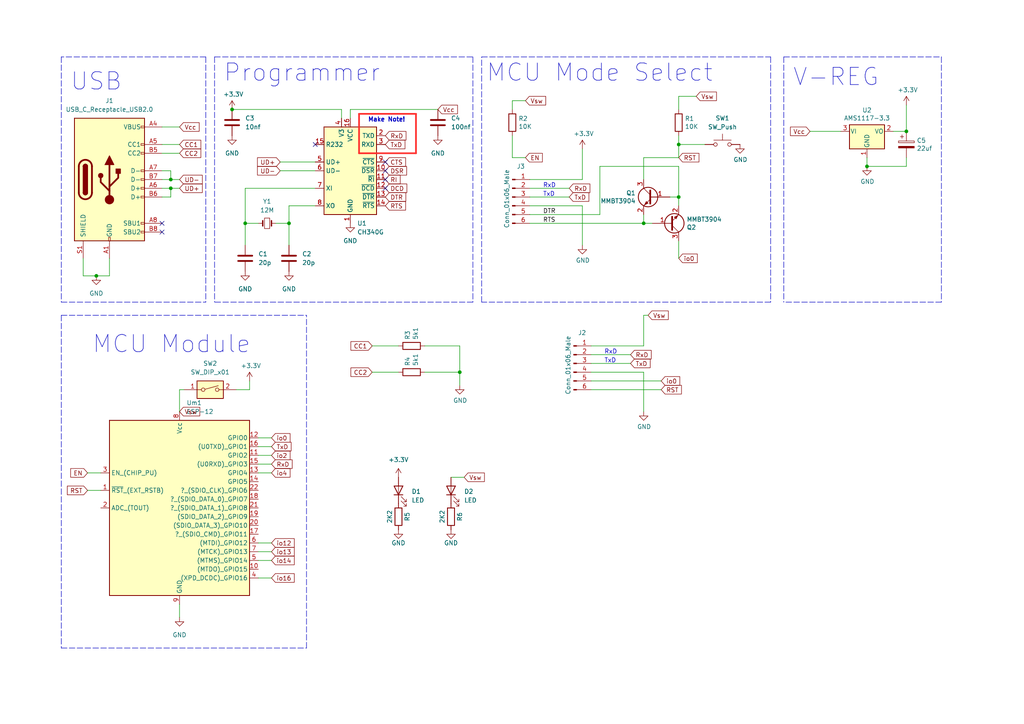
<source format=kicad_sch>
(kicad_sch (version 20211123) (generator eeschema)
  (paper "A4")
  (lib_symbols
    (symbol "Connector:Conn_01x06_Male" (pin_names (offset 1.016) hide)
      (property "Reference" "J" (at 0 7.62 0))
      (property "Value" "Conn_01x06_Male" (at 0 -10.16 0))
      (symbol "Conn_01x06_Male_1_1"
        (polyline (pts (xy 1.27 -7.62) (xy 0.8636 -7.62)) (stroke (width 0.1524)))
        (polyline (pts (xy 1.27 -5.08) (xy 0.8636 -5.08)) (stroke (width 0.1524)))
        (polyline (pts (xy 1.27 -2.54) (xy 0.8636 -2.54)) (stroke (width 0.1524)))
        (polyline (pts (xy 1.27 0) (xy 0.8636 0)) (stroke (width 0.1524)))
        (polyline (pts (xy 1.27 2.54) (xy 0.8636 2.54)) (stroke (width 0.1524)))
        (polyline (pts (xy 1.27 5.08) (xy 0.8636 5.08)) (stroke (width 0.1524)))
        (rectangle (start 0.8636 -7.493) (end 0 -7.747) (stroke (width 0.1524)) (fill (type outline)))
        (rectangle (start 0.8636 -4.953) (end 0 -5.207) (stroke (width 0.1524)) (fill (type outline)))
        (rectangle (start 0.8636 -2.413) (end 0 -2.667) (stroke (width 0.1524)) (fill (type outline)))
        (rectangle (start 0.8636 0.127) (end 0 -0.127) (stroke (width 0.1524)) (fill (type outline)))
        (rectangle (start 0.8636 2.667) (end 0 2.413) (stroke (width 0.1524)) (fill (type outline)))
        (rectangle (start 0.8636 5.207) (end 0 4.953) (stroke (width 0.1524)) (fill (type outline)))
        (pin passive line (at 5.08 5.08 180) (length 3.81) (name "Pin_1") (number "1"))
        (pin passive line (at 5.08 2.54 180) (length 3.81) (name "Pin_2") (number "2"))
        (pin passive line (at 5.08 0 180) (length 3.81) (name "Pin_3") (number "3"))
        (pin passive line (at 5.08 -2.54 180) (length 3.81) (name "Pin_4") (number "4"))
        (pin passive line (at 5.08 -5.08 180) (length 3.81) (name "Pin_5") (number "5"))
        (pin passive line (at 5.08 -7.62 180) (length 3.81) (name "Pin_6") (number "6"))
      )
    )
    (symbol "Connector:USB_C_Receptacle_USB2.0" (pin_names (offset 1.016))
      (property "Reference" "J" (at -10.16 19.05 0))
      (property "Value" "USB_C_Receptacle_USB2.0" (at 19.05 19.05 0))
      (symbol "USB_C_Receptacle_USB2.0_0_0"
        (rectangle (start -0.254 -17.78) (end 0.254 -16.764))
        (rectangle (start 10.16 -14.986) (end 9.144 -15.494))
        (rectangle (start 10.16 -12.446) (end 9.144 -12.954))
        (rectangle (start 10.16 -4.826) (end 9.144 -5.334))
        (rectangle (start 10.16 -2.286) (end 9.144 -2.794))
        (rectangle (start 10.16 0.254) (end 9.144 -0.254))
        (rectangle (start 10.16 2.794) (end 9.144 2.286))
        (rectangle (start 10.16 7.874) (end 9.144 7.366))
        (rectangle (start 10.16 10.414) (end 9.144 9.906))
        (rectangle (start 10.16 15.494) (end 9.144 14.986))
      )
      (symbol "USB_C_Receptacle_USB2.0_0_1"
        (rectangle (start -10.16 17.78) (end 10.16 -17.78) (stroke (width 0.254)) (fill (type background)))
        (arc (start -8.89 -3.81) (mid -6.985 -5.715) (end -5.08 -3.81) (stroke (width 0.508)))
        (arc (start -7.62 -3.81) (mid -6.985 -4.445) (end -6.35 -3.81) (stroke (width 0.254)))
        (arc (start -7.62 -3.81) (mid -6.985 -4.445) (end -6.35 -3.81) (stroke (width 0.254)) (fill (type outline)))
        (rectangle (start -7.62 -3.81) (end -6.35 3.81) (stroke (width 0.254)) (fill (type outline)))
        (arc (start -6.35 3.81) (mid -6.985 4.445) (end -7.62 3.81) (stroke (width 0.254)))
        (arc (start -6.35 3.81) (mid -6.985 4.445) (end -7.62 3.81) (stroke (width 0.254)) (fill (type outline)))
        (arc (start -5.08 3.81) (mid -6.985 5.715) (end -8.89 3.81) (stroke (width 0.508)))
        (circle (center -2.54 1.143) (radius 0.635) (stroke (width 0.254)) (fill (type outline)))
        (circle (center 0 -5.842) (radius 1.27) (fill (type outline)))
        (polyline (pts (xy -8.89 -3.81) (xy -8.89 3.81)) (stroke (width 0.508)))
        (polyline (pts (xy -5.08 3.81) (xy -5.08 -3.81)) (stroke (width 0.508)))
        (polyline (pts (xy 0 -5.842) (xy 0 4.318)) (stroke (width 0.508)))
        (polyline (pts (xy 0 -3.302) (xy -2.54 -0.762) (xy -2.54 0.508)) (stroke (width 0.508)))
        (polyline (pts (xy 0 -2.032) (xy 2.54 0.508) (xy 2.54 1.778)) (stroke (width 0.508)))
        (polyline (pts (xy -1.27 4.318) (xy 0 6.858) (xy 1.27 4.318) (xy -1.27 4.318)) (stroke (width 0.254)) (fill (type outline)))
        (rectangle (start 1.905 1.778) (end 3.175 3.048) (stroke (width 0.254)) (fill (type outline)))
      )
      (symbol "USB_C_Receptacle_USB2.0_1_1"
        (pin passive line (at 0 -22.86 90) (length 5.08) (name "GND") (number "A1"))
        (pin passive line (at 0 -22.86 90) (length 5.08) hide (name "GND") (number "A12"))
        (pin passive line (at 15.24 15.24 180) (length 5.08) (name "VBUS") (number "A4"))
        (pin bidirectional line (at 15.24 10.16 180) (length 5.08) (name "CC1") (number "A5"))
        (pin bidirectional line (at 15.24 -2.54 180) (length 5.08) (name "D+") (number "A6"))
        (pin bidirectional line (at 15.24 2.54 180) (length 5.08) (name "D-") (number "A7"))
        (pin bidirectional line (at 15.24 -12.7 180) (length 5.08) (name "SBU1") (number "A8"))
        (pin passive line (at 15.24 15.24 180) (length 5.08) hide (name "VBUS") (number "A9"))
        (pin passive line (at 0 -22.86 90) (length 5.08) hide (name "GND") (number "B1"))
        (pin passive line (at 0 -22.86 90) (length 5.08) hide (name "GND") (number "B12"))
        (pin passive line (at 15.24 15.24 180) (length 5.08) hide (name "VBUS") (number "B4"))
        (pin bidirectional line (at 15.24 7.62 180) (length 5.08) (name "CC2") (number "B5"))
        (pin bidirectional line (at 15.24 -5.08 180) (length 5.08) (name "D+") (number "B6"))
        (pin bidirectional line (at 15.24 0 180) (length 5.08) (name "D-") (number "B7"))
        (pin bidirectional line (at 15.24 -15.24 180) (length 5.08) (name "SBU2") (number "B8"))
        (pin passive line (at 15.24 15.24 180) (length 5.08) hide (name "VBUS") (number "B9"))
        (pin passive line (at -7.62 -22.86 90) (length 5.08) (name "SHIELD") (number "S1"))
      )
    )
    (symbol "Device:C" (pin_numbers hide) (pin_names (offset 0.254))
      (property "Reference" "C" (at 0.635 2.54 0))
      (property "Value" "C" (at 0.635 -2.54 0))
      (symbol "C_0_1"
        (polyline (pts (xy -2.032 -0.762) (xy 2.032 -0.762)) (stroke (width 0.508)))
        (polyline (pts (xy -2.032 0.762) (xy 2.032 0.762)) (stroke (width 0.508)))
      )
      (symbol "C_1_1"
        (pin passive line (at 0 3.81 270) (length 2.794) (name "~") (number "1"))
        (pin passive line (at 0 -3.81 90) (length 2.794) (name "~") (number "2"))
      )
    )
    (symbol "Device:CP" (pin_numbers hide) (pin_names (offset 0.254))
      (property "Reference" "C" (at 0.635 2.54 0))
      (property "Value" "Device_CP" (at 0.635 -2.54 0))
      (symbol "CP_0_1"
        (rectangle (start -2.286 0.508) (end 2.286 1.016))
        (polyline (pts (xy -1.778 2.286) (xy -0.762 2.286)))
        (polyline (pts (xy -1.27 2.794) (xy -1.27 1.778)))
        (rectangle (start 2.286 -0.508) (end -2.286 -1.016) (fill (type outline)))
      )
      (symbol "CP_1_1"
        (pin passive line (at 0 3.81 270) (length 2.794) (name "~") (number "1"))
        (pin passive line (at 0 -3.81 90) (length 2.794) (name "~") (number "2"))
      )
    )
    (symbol "Device:Crystal_Small" (pin_numbers hide) (pin_names (offset 1.016) hide)
      (property "Reference" "Y" (at 0 2.54 0))
      (property "Value" "Crystal_Small" (at 0 -2.54 0))
      (symbol "Crystal_Small_0_1"
        (rectangle (start -0.762 -1.524) (end 0.762 1.524))
        (polyline (pts (xy -1.27 -0.762) (xy -1.27 0.762)) (stroke (width 0.381)))
        (polyline (pts (xy 1.27 -0.762) (xy 1.27 0.762)) (stroke (width 0.381)))
      )
      (symbol "Crystal_Small_1_1"
        (pin passive line (at -2.54 0 0) (length 1.27) (name "1") (number "1"))
        (pin passive line (at 2.54 0 180) (length 1.27) (name "2") (number "2"))
      )
    )
    (symbol "Device:LED" (pin_numbers hide) (pin_names (offset 1.016) hide)
      (property "Reference" "D" (at 0 2.54 0))
      (property "Value" "LED" (at 0 -2.54 0))
      (symbol "LED_0_1"
        (polyline (pts (xy -1.27 -1.27) (xy -1.27 1.27)) (stroke (width 0.254)))
        (polyline (pts (xy -1.27 0) (xy 1.27 0)))
        (polyline (pts (xy 1.27 -1.27) (xy 1.27 1.27) (xy -1.27 0) (xy 1.27 -1.27)) (stroke (width 0.254)))
        (polyline (pts (xy -3.048 -0.762) (xy -4.572 -2.286) (xy -3.81 -2.286) (xy -4.572 -2.286) (xy -4.572 -1.524)))
        (polyline (pts (xy -1.778 -0.762) (xy -3.302 -2.286) (xy -2.54 -2.286) (xy -3.302 -2.286) (xy -3.302 -1.524)))
      )
      (symbol "LED_1_1"
        (pin passive line (at -3.81 0 0) (length 2.54) (name "K") (number "1"))
        (pin passive line (at 3.81 0 180) (length 2.54) (name "A") (number "2"))
      )
    )
    (symbol "Device:R" (pin_numbers hide) (pin_names (offset 0))
      (property "Reference" "R" (at 2.032 0 90))
      (property "Value" "R" (at 0 0 90))
      (symbol "R_0_1"
        (rectangle (start -1.016 -2.54) (end 1.016 2.54) (stroke (width 0.254)))
      )
      (symbol "R_1_1"
        (pin passive line (at 0 3.81 270) (length 1.27) (name "~") (number "1"))
        (pin passive line (at 0 -3.81 90) (length 1.27) (name "~") (number "2"))
      )
    )
    (symbol "Interface_USB:CH340G"
      (property "Reference" "U" (at -5.08 13.97 0))
      (property "Value" "CH340G" (at 1.27 13.97 0))
      (symbol "CH340G_0_1"
        (rectangle (start -7.62 12.7) (end 7.62 -12.7) (stroke (width 0.254)) (fill (type background)))
      )
      (symbol "CH340G_1_1"
        (pin power_in line (at 0 -15.24 90) (length 2.54) (name "GND") (number "1"))
        (pin input line (at 10.16 0 180) (length 2.54) (name "~{DSR}") (number "10"))
        (pin input line (at 10.16 -2.54 180) (length 2.54) (name "~{RI}") (number "11"))
        (pin input line (at 10.16 -5.08 180) (length 2.54) (name "~{DCD}") (number "12"))
        (pin output line (at 10.16 -7.62 180) (length 2.54) (name "~{DTR}") (number "13"))
        (pin output line (at 10.16 -10.16 180) (length 2.54) (name "~{RTS}") (number "14"))
        (pin input line (at -10.16 7.62 0) (length 2.54) (name "R232") (number "15"))
        (pin power_in line (at 0 15.24 270) (length 2.54) (name "VCC") (number "16"))
        (pin output line (at 10.16 10.16 180) (length 2.54) (name "TXD") (number "2"))
        (pin input line (at 10.16 7.62 180) (length 2.54) (name "RXD") (number "3"))
        (pin passive line (at -2.54 15.24 270) (length 2.54) (name "V3") (number "4"))
        (pin bidirectional line (at -10.16 2.54 0) (length 2.54) (name "UD+") (number "5"))
        (pin bidirectional line (at -10.16 0 0) (length 2.54) (name "UD-") (number "6"))
        (pin input line (at -10.16 -5.08 0) (length 2.54) (name "XI") (number "7"))
        (pin output line (at -10.16 -10.16 0) (length 2.54) (name "XO") (number "8"))
        (pin input line (at 10.16 2.54 180) (length 2.54) (name "~{CTS}") (number "9"))
      )
    )
    (symbol "Regulator_Linear:AMS1117-3.3" (pin_names (offset 0.254))
      (property "Reference" "U" (at -3.81 3.175 0))
      (property "Value" "AMS1117-3.3" (at 0 3.175 0))
      (symbol "AMS1117-3.3_0_1"
        (rectangle (start -5.08 -5.08) (end 5.08 1.905) (stroke (width 0.254)) (fill (type background)))
      )
      (symbol "AMS1117-3.3_1_1"
        (pin power_in line (at 0 -7.62 90) (length 2.54) (name "GND") (number "1"))
        (pin power_out line (at 7.62 0 180) (length 2.54) (name "VO") (number "2"))
        (pin power_in line (at -7.62 0 0) (length 2.54) (name "VI") (number "3"))
      )
    )
    (symbol "Switch:SW_DIP_x01" (pin_names (offset 0) hide)
      (property "Reference" "SW" (at 0 3.81 0))
      (property "Value" "SW_DIP_x01" (at 0 -3.81 0))
      (symbol "SW_DIP_x01_0_0"
        (circle (center -2.032 0) (radius 0.508))
        (polyline (pts (xy -1.524 0.127) (xy 2.3622 1.1684)))
        (circle (center 2.032 0) (radius 0.508))
      )
      (symbol "SW_DIP_x01_0_1"
        (rectangle (start -3.81 2.54) (end 3.81 -2.54) (stroke (width 0.254)) (fill (type background)))
      )
      (symbol "SW_DIP_x01_1_1"
        (pin passive line (at -7.62 0 0) (length 5.08) (name "~") (number "1"))
        (pin passive line (at 7.62 0 180) (length 5.08) (name "~") (number "2"))
      )
    )
    (symbol "Switch:SW_Push" (pin_numbers hide) (pin_names (offset 1.016) hide)
      (property "Reference" "SW" (at 1.27 2.54 0))
      (property "Value" "SW_Push" (at 0 -1.524 0))
      (symbol "SW_Push_0_1"
        (circle (center -2.032 0) (radius 0.508))
        (polyline (pts (xy 0 1.27) (xy 0 3.048)))
        (polyline (pts (xy 2.54 1.27) (xy -2.54 1.27)))
        (circle (center 2.032 0) (radius 0.508))
        (pin passive line (at -5.08 0 0) (length 2.54) (name "1") (number "1"))
        (pin passive line (at 5.08 0 180) (length 2.54) (name "2") (number "2"))
      )
    )
    (symbol "Tinker_ESP:ESP-12"
      (property "Reference" "Um" (at 3.556 -27.686 0))
      (property "Value" "ESP-12" (at 6.096 -30.099 0))
      (symbol "ESP-12_0_1"
        (rectangle (start -20.32 25.4) (end 20.32 -25.4) (stroke (width 0.254)) (fill (type background)))
      )
      (symbol "ESP-12_1_1"
        (pin input line (at -22.86 5.08 0) (length 2.54) (name "~{RST}_(EXT_RSTB)") (number "1"))
        (pin bidirectional line (at 22.86 -17.78 180) (length 2.54) (name "(MTDO)_GPIO15") (number "10"))
        (pin bidirectional line (at 22.86 15.24 180) (length 2.54) (name "GPIO2") (number "11"))
        (pin bidirectional line (at 22.86 20.32 180) (length 2.54) (name "GPIO0") (number "12"))
        (pin bidirectional line (at 22.86 10.16 180) (length 2.54) (name "GPIO4") (number "13"))
        (pin bidirectional line (at 22.86 7.62 180) (length 2.54) (name "GPIO5") (number "14"))
        (pin bidirectional line (at 22.86 12.7 180) (length 2.54) (name "(U0RXD)_GPIO3") (number "15"))
        (pin bidirectional line (at 22.86 17.78 180) (length 2.54) (name "(U0TXD)_GPIO1") (number "16"))
        (pin bidirectional line (at 22.86 -7.62 180) (length 2.54) (name "?_(SDIO_CMD)_GPIO11") (number "17"))
        (pin bidirectional line (at 22.86 2.54 180) (length 2.54) (name "?_(SDIO_DATA_0)_GPIO7") (number "18"))
        (pin bidirectional line (at 22.86 -2.54 180) (length 2.54) (name "(SDIO_DATA_2)_GPIO9") (number "19"))
        (pin input line (at -22.86 0 0) (length 2.54) (name "ADC_(TOUT)") (number "2"))
        (pin bidirectional line (at 22.86 -5.08 180) (length 2.54) (name "(SDIO_DATA_3)_GPIO10") (number "20"))
        (pin bidirectional line (at 22.86 0 180) (length 2.54) (name "?_(SDIO_DATA_1)_GPIO8") (number "21"))
        (pin bidirectional line (at 22.86 5.08 180) (length 2.54) (name "?_(SDIO_CLK)_GPIO6") (number "22"))
        (pin input line (at -22.86 10.16 0) (length 2.54) (name "EN_(CHIP_PU)") (number "3"))
        (pin bidirectional line (at 22.86 -20.32 180) (length 2.54) (name "(XPD_DCDC)_GPIO16") (number "4"))
        (pin bidirectional line (at 22.86 -15.24 180) (length 2.54) (name "(MTMS)_GPIO14") (number "5"))
        (pin bidirectional line (at 22.86 -10.16 180) (length 2.54) (name "(MTDI)_GPIO12") (number "6"))
        (pin bidirectional line (at 22.86 -12.7 180) (length 2.54) (name "(MTCK)_GPIO13") (number "7"))
        (pin power_in line (at 0 27.94 270) (length 2.54) (name "Vcc") (number "8"))
        (pin power_in line (at 0 -27.94 90) (length 2.54) (name "GND") (number "9"))
      )
    )
    (symbol "Transistor_BJT:MMBT3904" (pin_names (offset 0) hide)
      (property "Reference" "Q" (at 5.08 1.905 0))
      (property "Value" "MMBT3904" (at 5.08 0 0))
      (symbol "MMBT3904_0_1"
        (polyline (pts (xy 0.635 0.635) (xy 2.54 2.54)))
        (polyline (pts (xy 0.635 -0.635) (xy 2.54 -2.54) (xy 2.54 -2.54)))
        (polyline (pts (xy 0.635 1.905) (xy 0.635 -1.905) (xy 0.635 -1.905)) (stroke (width 0.508)))
        (polyline (pts (xy 1.27 -1.778) (xy 1.778 -1.27) (xy 2.286 -2.286) (xy 1.27 -1.778) (xy 1.27 -1.778)) (fill (type outline)))
        (circle (center 1.27 0) (radius 2.8194) (stroke (width 0.254)))
      )
      (symbol "MMBT3904_1_1"
        (pin input line (at -5.08 0 0) (length 5.715) (name "B") (number "1"))
        (pin passive line (at 2.54 -5.08 90) (length 2.54) (name "E") (number "2"))
        (pin passive line (at 2.54 5.08 270) (length 2.54) (name "C") (number "3"))
      )
    )
    (symbol "power:+3.3V" (power) (pin_names (offset 0))
      (property "Value" "+3.3V" (at 0 3.556 0))
      (symbol "+3.3V_0_1"
        (polyline (pts (xy -0.762 1.27) (xy 0 2.54)))
        (polyline (pts (xy 0 0) (xy 0 2.54)))
        (polyline (pts (xy 0 2.54) (xy 0.762 1.27)))
      )
      (symbol "+3.3V_1_1"
        (pin power_in line (at 0 0 90) (length 0) hide (name "+3.3V") (number "1"))
      )
    )
    (symbol "power:GND" (power) (pin_names (offset 0))
      (property "Value" "GND" (at 0 -3.81 0))
      (symbol "GND_0_1"
        (polyline (pts (xy 0 0) (xy 0 -1.27) (xy 1.27 -1.27) (xy 0 -2.54) (xy -1.27 -1.27) (xy 0 -1.27)))
      )
      (symbol "GND_1_1"
        (pin power_in line (at 0 0 270) (length 0) hide (name "GND") (number "1"))
      )
    )
  )
  (junction (at 83.82 64.77))
  (junction (at 27.94 80.01))
  (junction (at 186.69 64.77))
  (junction (at 49.53 54.61))
  (junction (at 133.35 107.95))
  (junction (at 49.53 52.07))
  (junction (at 67.31 31.75))
  (junction (at 196.85 57.15))
  (junction (at 71.12 64.77))
  (junction (at 262.89 38.1))
  (junction (at 196.85 41.91))
  (junction (at 251.46 48.26))
  (no_connect (at 91.44 41.91))
  (no_connect (at 111.76 46.99))
  (no_connect (at 111.76 49.53))
  (no_connect (at 111.76 52.07))
  (no_connect (at 111.76 54.61))
  (no_connect (at 46.99 64.77))
  (no_connect (at 46.99 67.31))
  (wire (pts (xy 83.82 64.77) (xy 83.82 71.12)))
  (polyline (pts (xy 59.69 16.51) (xy 17.78 16.51)))
  (polyline (pts (xy 62.23 16.51) (xy 62.23 87.63)))
  (polyline (pts (xy 17.78 91.44) (xy 88.9 91.44)))
  (wire (pts (xy 196.85 48.26) (xy 196.85 57.15)))
  (wire (pts (xy 173.99 48.26) (xy 196.85 48.26)))
  (wire (pts (xy 148.59 39.37) (xy 148.59 45.72)))
  (wire (pts (xy 148.59 45.72) (xy 152.4 45.72)))
  (wire (pts (xy 196.85 41.91) (xy 204.47 41.91)))
  (wire (pts (xy 186.69 119.38) (xy 186.69 107.95)))
  (wire (pts (xy 201.93 27.94) (xy 196.85 27.94)))
  (wire (pts (xy 189.23 64.77) (xy 186.69 64.77)))
  (wire (pts (xy 74.93 160.02) (xy 78.74 160.02)))
  (polyline (pts (xy 223.52 16.51) (xy 223.52 87.63)))
  (polyline (pts (xy 120.65 33.02) (xy 104.14 33.02)) (stroke (width 0.5) (type solid) (color 255 48 46 1)))
  (polyline (pts (xy 17.78 91.44) (xy 17.78 187.96)))
  (wire (pts (xy 194.31 57.15) (xy 196.85 57.15)))
  (wire (pts (xy 46.99 41.91) (xy 52.07 41.91)))
  (wire (pts (xy 133.35 100.33) (xy 133.35 107.95)))
  (wire (pts (xy 74.93 132.08) (xy 78.74 132.08)))
  (wire (pts (xy 74.93 162.56) (xy 78.74 162.56)))
  (wire (pts (xy 171.45 102.87) (xy 182.88 102.87)))
  (polyline (pts (xy 17.78 187.96) (xy 88.9 187.96)))
  (wire (pts (xy 81.28 46.99) (xy 91.44 46.99)))
  (wire (pts (xy 71.12 54.61) (xy 71.12 64.77)))
  (wire (pts (xy 130.81 138.43) (xy 134.62 138.43)))
  (wire (pts (xy 99.06 34.29) (xy 99.06 31.75)))
  (wire (pts (xy 168.91 71.12) (xy 168.91 59.69)))
  (wire (pts (xy 53.34 113.03) (xy 52.07 113.03)))
  (wire (pts (xy 74.93 64.77) (xy 71.12 64.77)))
  (wire (pts (xy 46.99 44.45) (xy 52.07 44.45)))
  (polyline (pts (xy 104.14 33.02) (xy 104.14 44.45)) (stroke (width 0.5) (type solid) (color 255 48 46 1)))
  (wire (pts (xy 52.07 175.26) (xy 52.07 179.07)))
  (wire (pts (xy 99.06 31.75) (xy 67.31 31.75)))
  (wire (pts (xy 46.99 54.61) (xy 49.53 54.61)))
  (polyline (pts (xy 120.65 33.02) (xy 120.65 44.45)) (stroke (width 0.5) (type solid) (color 255 48 46 1)))
  (wire (pts (xy 262.89 48.26) (xy 251.46 48.26)))
  (wire (pts (xy 46.99 57.15) (xy 49.53 57.15)))
  (wire (pts (xy 262.89 30.48) (xy 262.89 38.1)))
  (wire (pts (xy 196.85 74.93) (xy 196.85 69.85)))
  (wire (pts (xy 133.35 107.95) (xy 133.35 111.76)))
  (wire (pts (xy 91.44 59.69) (xy 83.82 59.69)))
  (polyline (pts (xy 17.78 16.51) (xy 17.78 87.63)))
  (wire (pts (xy 49.53 49.53) (xy 49.53 52.07)))
  (wire (pts (xy 25.4 137.16) (xy 29.21 137.16)))
  (wire (pts (xy 168.91 43.18) (xy 168.91 52.07)))
  (wire (pts (xy 52.07 113.03) (xy 52.07 119.38)))
  (wire (pts (xy 74.93 167.64) (xy 78.74 167.64)))
  (wire (pts (xy 187.96 91.44) (xy 186.69 91.44)))
  (wire (pts (xy 49.53 52.07) (xy 52.07 52.07)))
  (wire (pts (xy 152.4 29.21) (xy 148.59 29.21)))
  (wire (pts (xy 196.85 41.91) (xy 196.85 45.72)))
  (polyline (pts (xy 59.69 16.51) (xy 59.69 87.63)))
  (wire (pts (xy 72.39 113.03) (xy 68.58 113.03)))
  (polyline (pts (xy 137.16 16.51) (xy 137.16 87.63)))
  (wire (pts (xy 72.39 110.49) (xy 72.39 113.03)))
  (polyline (pts (xy 139.7 87.63) (xy 139.7 16.51)))
  (wire (pts (xy 168.91 59.69) (xy 153.67 59.69)))
  (wire (pts (xy 186.69 45.72) (xy 186.69 52.07)))
  (wire (pts (xy 148.59 29.21) (xy 148.59 31.75)))
  (wire (pts (xy 74.93 129.54) (xy 78.74 129.54)))
  (wire (pts (xy 46.99 36.83) (xy 52.07 36.83)))
  (wire (pts (xy 80.01 64.77) (xy 83.82 64.77)))
  (wire (pts (xy 107.95 100.33) (xy 115.57 100.33)))
  (wire (pts (xy 101.6 31.75) (xy 101.6 34.29)))
  (polyline (pts (xy 227.33 16.51) (xy 273.05 16.51)))
  (wire (pts (xy 186.69 91.44) (xy 186.69 100.33)))
  (wire (pts (xy 123.19 107.95) (xy 133.35 107.95)))
  (wire (pts (xy 153.67 57.15) (xy 165.1 57.15)))
  (wire (pts (xy 46.99 49.53) (xy 49.53 49.53)))
  (wire (pts (xy 74.93 157.48) (xy 78.74 157.48)))
  (wire (pts (xy 173.99 48.26) (xy 173.99 62.23)))
  (wire (pts (xy 81.28 49.53) (xy 91.44 49.53)))
  (polyline (pts (xy 137.16 87.63) (xy 62.23 87.63)))
  (wire (pts (xy 186.69 107.95) (xy 171.45 107.95)))
  (wire (pts (xy 83.82 59.69) (xy 83.82 64.77)))
  (wire (pts (xy 251.46 48.26) (xy 251.46 45.72)))
  (wire (pts (xy 74.93 137.16) (xy 78.74 137.16)))
  (wire (pts (xy 262.89 45.72) (xy 262.89 48.26)))
  (wire (pts (xy 186.69 64.77) (xy 186.69 62.23)))
  (wire (pts (xy 168.91 52.07) (xy 153.67 52.07)))
  (wire (pts (xy 186.69 100.33) (xy 171.45 100.33)))
  (wire (pts (xy 171.45 105.41) (xy 182.88 105.41)))
  (wire (pts (xy 101.6 31.75) (xy 127 31.75)))
  (wire (pts (xy 74.93 134.62) (xy 78.74 134.62)))
  (polyline (pts (xy 227.33 16.51) (xy 227.33 87.63)))
  (wire (pts (xy 74.93 127) (xy 78.74 127)))
  (wire (pts (xy 49.53 57.15) (xy 49.53 54.61)))
  (wire (pts (xy 24.13 74.93) (xy 24.13 80.01)))
  (wire (pts (xy 123.19 100.33) (xy 133.35 100.33)))
  (wire (pts (xy 31.75 74.93) (xy 31.75 80.01)))
  (wire (pts (xy 46.99 52.07) (xy 49.53 52.07)))
  (polyline (pts (xy 139.7 16.51) (xy 223.52 16.51)))
  (wire (pts (xy 196.85 57.15) (xy 196.85 59.69)))
  (polyline (pts (xy 223.52 87.63) (xy 139.7 87.63)))
  (wire (pts (xy 107.95 107.95) (xy 115.57 107.95)))
  (wire (pts (xy 153.67 54.61) (xy 165.1 54.61)))
  (wire (pts (xy 27.94 80.01) (xy 31.75 80.01)))
  (polyline (pts (xy 88.9 187.96) (xy 88.9 91.44)))
  (wire (pts (xy 24.13 80.01) (xy 27.94 80.01)))
  (wire (pts (xy 153.67 64.77) (xy 186.69 64.77)))
  (wire (pts (xy 49.53 54.61) (xy 52.07 54.61)))
  (wire (pts (xy 259.08 38.1) (xy 262.89 38.1)))
  (polyline (pts (xy 62.23 16.51) (xy 137.16 16.51)))
  (wire (pts (xy 153.67 62.23) (xy 173.99 62.23)))
  (polyline (pts (xy 273.05 16.51) (xy 273.05 87.63)))
  (wire (pts (xy 196.85 27.94) (xy 196.85 31.75)))
  (wire (pts (xy 196.85 45.72) (xy 186.69 45.72)))
  (wire (pts (xy 71.12 54.61) (xy 91.44 54.61)))
  (wire (pts (xy 234.95 38.1) (xy 243.84 38.1)))
  (polyline (pts (xy 273.05 87.63) (xy 227.33 87.63)))
  (polyline (pts (xy 17.78 87.63) (xy 59.69 87.63)))
  (polyline (pts (xy 104.14 44.45) (xy 120.65 44.45)) (stroke (width 0.5) (type solid) (color 255 48 46 1)))
  (wire (pts (xy 171.45 110.49) (xy 191.77 110.49)))
  (wire (pts (xy 196.85 39.37) (xy 196.85 41.91)))
  (wire (pts (xy 25.4 142.24) (xy 29.21 142.24)))
  (wire (pts (xy 171.45 113.03) (xy 191.77 113.03)))
  (wire (pts (xy 71.12 64.77) (xy 71.12 71.12)))
  (text "RxD" (at 157.48 54.61 0) (effects (font (size 1.27 1.27)) (justify left bottom)))
  (text "Make Note!" (at 106.68 35.56 0) (effects (font (size 1.27 1.27) (thickness 0.254) bold) (justify left bottom)))
  (text "V-REG" (at 229.87 25.4 0) (effects (font (size 5 5)) (justify left bottom)))
  (text "TxD" (at 157.48 57.15 0) (effects (font (size 1.27 1.27)) (justify left bottom)))
  (text "USB" (at 20.32 26.67 0) (effects (font (size 5 5)) (justify left bottom)))
  (text "MCU Mode Select" (at 140.97 24.13 0) (effects (font (size 5.0038 5.0038)) (justify left bottom)))
  (text "TxD" (at 175.26 105.41 0) (effects (font (size 1.27 1.27)) (justify left bottom)))
  (text "RxD" (at 175.26 102.87 0) (effects (font (size 1.27 1.27)) (justify left bottom)))
  (text "MCU Module" (at 26.67 102.87 0) (effects (font (size 5.0038 5.0038)) (justify left bottom)))
  (text "Programmer" (at 64.77 24.13 0) (effects (font (size 5 5)) (justify left bottom)))
  (label "DTR" (at 157.48 62.23 0))
  (label "RTS" (at 157.48 64.77 0))
  (global_label "EN" (shape input) (at 152.4 45.72 0) (property "Intersheet References" "${INTERSHEET_REFS}" (effects hide)))
  (global_label "io4" (shape input) (at 78.74 137.16 0) (property "Intersheet References" "${INTERSHEET_REFS}" (effects hide)))
  (global_label "io12" (shape input) (at 78.74 157.48 0) (property "Intersheet References" "${INTERSHEET_REFS}" (effects hide)))
  (global_label "io13" (shape input) (at 78.74 160.02 0) (property "Intersheet References" "${INTERSHEET_REFS}" (effects hide)))
  (global_label "RxD" (shape input) (at 182.88 102.87 0) (property "Intersheet References" "${INTERSHEET_REFS}" (effects hide)))
  (global_label "RxD" (shape input) (at 165.1 54.61 0) (property "Intersheet References" "${INTERSHEET_REFS}" (effects hide)))
  (global_label "io2" (shape input) (at 78.74 132.08 0) (property "Intersheet References" "${INTERSHEET_REFS}" (effects hide)))
  (global_label "CC2" (shape input) (at 107.95 107.95 180) (property "Intersheet References" "${INTERSHEET_REFS}" (effects hide)))
  (global_label "CC1" (shape input) (at 107.95 100.33 180) (property "Intersheet References" "${INTERSHEET_REFS}" (effects hide)))
  (global_label "RST" (shape input) (at 191.77 113.03 0) (property "Intersheet References" "${INTERSHEET_REFS}" (effects hide)))
  (global_label "io14" (shape input) (at 78.74 162.56 0) (property "Intersheet References" "${INTERSHEET_REFS}" (effects hide)))
  (global_label "TxD" (shape input) (at 78.74 129.54 0) (property "Intersheet References" "${INTERSHEET_REFS}" (effects hide)))
  (global_label "Vcc" (shape input) (at 127 31.75 0) (property "Intersheet References" "${INTERSHEET_REFS}" (effects hide)))
  (global_label "io0" (shape input) (at 191.77 110.49 0) (property "Intersheet References" "${INTERSHEET_REFS}" (effects hide)))
  (global_label "Vsw" (shape input) (at 201.93 27.94 0) (property "Intersheet References" "${INTERSHEET_REFS}" (effects hide)))
  (global_label "DSR" (shape input) (at 111.76 49.53 0) (property "Intersheet References" "${INTERSHEET_REFS}" (effects hide)))
  (global_label "CC2" (shape input) (at 52.07 44.45 0) (property "Intersheet References" "${INTERSHEET_REFS}" (effects hide)))
  (global_label "Vsw" (shape input) (at 187.96 91.44 0) (property "Intersheet References" "${INTERSHEET_REFS}" (effects hide)))
  (global_label "Vsw" (shape input) (at 152.4 29.21 0) (property "Intersheet References" "${INTERSHEET_REFS}" (effects hide)))
  (global_label "CTS" (shape input) (at 111.76 46.99 0) (property "Intersheet References" "${INTERSHEET_REFS}" (effects hide)))
  (global_label "io16" (shape input) (at 78.74 167.64 0) (property "Intersheet References" "${INTERSHEET_REFS}" (effects hide)))
  (global_label "DCD" (shape input) (at 111.76 54.61 0) (property "Intersheet References" "${INTERSHEET_REFS}" (effects hide)))
  (global_label "RST" (shape input) (at 196.85 45.72 0) (property "Intersheet References" "${INTERSHEET_REFS}" (effects hide)))
  (global_label "UD+" (shape input) (at 52.07 54.61 0) (property "Intersheet References" "${INTERSHEET_REFS}" (effects hide)))
  (global_label "RTS" (shape input) (at 111.76 59.69 0) (property "Intersheet References" "${INTERSHEET_REFS}" (effects hide)))
  (global_label "RxD" (shape input) (at 111.76 39.37 0) (property "Intersheet References" "${INTERSHEET_REFS}" (effects hide)))
  (global_label "Vcc" (shape input) (at 234.95 38.1 180) (property "Intersheet References" "${INTERSHEET_REFS}" (effects hide)))
  (global_label "io0" (shape input) (at 78.74 127 0) (property "Intersheet References" "${INTERSHEET_REFS}" (effects hide)))
  (global_label "Vsw" (shape input) (at 52.07 119.38 0) (property "Intersheet References" "${INTERSHEET_REFS}" (effects hide)))
  (global_label "UD+" (shape input) (at 81.28 46.99 180) (property "Intersheet References" "${INTERSHEET_REFS}" (effects hide)))
  (global_label "UD-" (shape input) (at 52.07 52.07 0) (property "Intersheet References" "${INTERSHEET_REFS}" (effects hide)))
  (global_label "io0" (shape input) (at 196.85 74.93 0) (property "Intersheet References" "${INTERSHEET_REFS}" (effects hide)))
  (global_label "TxD" (shape input) (at 165.1 57.15 0) (property "Intersheet References" "${INTERSHEET_REFS}" (effects hide)))
  (global_label "RST" (shape input) (at 25.4 142.24 180) (property "Intersheet References" "${INTERSHEET_REFS}" (effects hide)))
  (global_label "RxD" (shape input) (at 78.74 134.62 0) (property "Intersheet References" "${INTERSHEET_REFS}" (effects hide)))
  (global_label "TxD" (shape input) (at 111.76 41.91 0) (property "Intersheet References" "${INTERSHEET_REFS}" (effects hide)))
  (global_label "RI" (shape input) (at 111.76 52.07 0) (property "Intersheet References" "${INTERSHEET_REFS}" (effects hide)))
  (global_label "UD-" (shape input) (at 81.28 49.53 180) (property "Intersheet References" "${INTERSHEET_REFS}" (effects hide)))
  (global_label "Vsw" (shape input) (at 134.62 138.43 0) (property "Intersheet References" "${INTERSHEET_REFS}" (effects hide)))
  (global_label "DTR" (shape input) (at 111.76 57.15 0) (property "Intersheet References" "${INTERSHEET_REFS}" (effects hide)))
  (global_label "CC1" (shape input) (at 52.07 41.91 0) (property "Intersheet References" "${INTERSHEET_REFS}" (effects hide)))
  (global_label "Vcc" (shape input) (at 52.07 36.83 0) (property "Intersheet References" "${INTERSHEET_REFS}" (effects hide)))
  (global_label "TxD" (shape input) (at 182.88 105.41 0) (property "Intersheet References" "${INTERSHEET_REFS}" (effects hide)))
  (global_label "EN" (shape input) (at 25.4 137.16 180) (property "Intersheet References" "${INTERSHEET_REFS}" (effects hide)))
  (symbol (lib_id "Device:R") (at 148.59 35.56 0) (unit 1)
    (property "Reference" "R2" (at 150.368 34.3916 0) (effects (justify left)))
    (property "Value" "10K" (at 150.368 36.703 0) (effects (justify left)))
    (property "Footprint" "Tinker:R_0603_1608Metric_Pad0.98x0.95mm_HandSolder" (effects hide))
  )
  (symbol (lib_id "power:GND") (at 83.82 78.74 0) (unit 1)
    (property "Reference" "#PWR0112" (effects hide))
    (property "Value" "GND" (at 83.82 83.82 0))
  )
  (symbol (lib_id "power:GND") (at 133.35 111.76 0) (unit 1)
    (property "Reference" "#PWR0117" (effects hide))
    (property "Value" "GND" (at 133.477 116.1542 0))
  )
  (symbol (lib_id "power:GND") (at 214.63 41.91 0) (unit 1)
    (property "Reference" "#PWR0105" (effects hide))
    (property "Value" "GND" (at 214.757 46.3042 0))
  )
  (symbol (lib_id "Connector:USB_C_Receptacle_USB2.0") (at 31.75 52.07 0) (unit 1)
    (property "Reference" "J1" (at 31.75 29.21 0))
    (property "Value" "USB_C_Receptacle_USB2.0" (at 31.75 31.75 0))
    (property "Footprint" "Tinker:USB_C_Receptacle_HRO_TYPE-C-31-M-12" (effects hide))
    (property "Datasheet" "https://www.usb.org/sites/default/files/documents/usb_type-c.zip" (effects hide))
  )
  (symbol (lib_id "power:GND") (at 168.91 71.12 0) (unit 1)
    (property "Reference" "#PWR0101" (effects hide))
    (property "Value" "GND" (at 169.037 75.5142 0))
  )
  (symbol (lib_id "Device:LED") (at 130.81 142.24 90) (unit 1)
    (property "Reference" "D2" (at 134.62 142.5574 90) (effects (justify right)))
    (property "Value" "LED" (at 134.62 145.0974 90) (effects (justify right)))
    (property "Footprint" "LED_SMD:LED_0805_2012Metric_Pad1.15x1.40mm_HandSolder" (effects hide))
  )
  (symbol (lib_id "power:GND") (at 130.81 153.67 0) (unit 1)
    (property "Reference" "#PWR0104" (effects hide))
    (property "Value" "GND" (at 130.81 157.48 0))
  )
  (symbol (lib_id "power:GND") (at 251.46 48.26 0) (unit 1)
    (property "Reference" "#PWR0107" (effects hide))
    (property "Value" "GND" (at 251.587 52.6542 0))
  )
  (symbol (lib_id "Switch:SW_Push") (at 209.55 41.91 0) (unit 1)
    (property "Reference" "SW1" (at 209.55 34.29 0))
    (property "Value" "SW_Push" (at 209.55 36.83 0))
    (property "Footprint" "Tinker:SW_Push_TS273014TP" (effects hide))
    (property "LCSC" "C2858276" (effects hide))
  )
  (symbol (lib_id "Device:C") (at 127 35.56 0) (unit 1)
    (property "Reference" "C4" (at 130.81 34.2899 0) (effects (justify left)))
    (property "Value" "100nf" (at 130.81 36.8299 0) (effects (justify left)))
    (property "Footprint" "Tinker:C_0603_1608Metric_Pad1.08x0.95mm_HandSolder" (effects hide))
    (property "LCSC" "C235731" (effects hide))
  )
  (symbol (lib_id "power:GND") (at 52.07 179.07 0) (unit 1)
    (property "Reference" "#PWR0106" (effects hide))
    (property "Value" "GND" (at 52.07 184.15 0))
  )
  (symbol (lib_id "Connector:Conn_01x06_Male") (at 166.37 105.41 0) (unit 1) (in_bom no) (on_board no)
    (property "Reference" "J2" (at 167.64 96.52 0) (effects (justify left)))
    (property "Value" "Conn_01x06_Male" (at 164.7698 114.4524 90) (effects (justify left)))
    (property "Footprint" "Tinker:PinHeader_1x06_P2.54mm_Vertical" (effects hide))
  )
  (symbol (lib_id "power:+3.3V") (at 168.91 43.18 0) (unit 1)
    (property "Reference" "#PWR0102" (effects hide))
    (property "Value" "+3.3V" (at 169.291 38.7858 0))
  )
  (symbol (lib_id "power:+3.3V") (at 72.39 110.49 0) (unit 1)
    (property "Reference" "#PWR0114" (effects hide))
    (property "Value" "+3.3V" (at 72.771 106.0958 0))
  )
  (symbol (lib_id "power:GND") (at 186.69 119.38 0) (unit 1)
    (property "Reference" "#PWR0118" (effects hide))
    (property "Value" "GND" (at 186.817 123.7742 0))
  )
  (symbol (lib_id "Device:R") (at 119.38 100.33 90) (unit 1)
    (property "Reference" "R3" (at 118.2116 98.552 0) (effects (justify left)))
    (property "Value" "5k1" (at 120.523 98.552 0) (effects (justify left)))
    (property "Footprint" "Tinker:R_0603_1608Metric_Pad0.98x0.95mm_HandSolder" (effects hide))
  )
  (symbol (lib_id "Device:R") (at 130.81 149.86 0) (unit 1)
    (property "Reference" "R6" (at 133.35 149.86 90))
    (property "Value" "2K2" (at 128.27 149.86 90))
    (property "Footprint" "Tinker:R_0603_1608Metric_Pad0.98x0.95mm_HandSolder" (effects hide))
  )
  (symbol (lib_id "power:GND") (at 115.57 153.67 0) (unit 1)
    (property "Reference" "#PWR0119" (effects hide))
    (property "Value" "GND" (at 115.57 157.48 0))
  )
  (symbol (lib_id "power:GND") (at 71.12 78.74 0) (unit 1)
    (property "Reference" "#PWR0111" (effects hide))
    (property "Value" "GND" (at 71.12 83.82 0))
  )
  (symbol (lib_id "Device:C") (at 67.31 35.56 0) (unit 1)
    (property "Reference" "C3" (at 71.12 34.2899 0) (effects (justify left)))
    (property "Value" "10nf" (at 71.12 36.8299 0) (effects (justify left)))
    (property "Footprint" "Tinker:C_0603_1608Metric_Pad1.08x0.95mm_HandSolder" (effects hide))
    (property "LCSC" "C161232" (effects hide))
  )
  (symbol (lib_id "power:+3.3V") (at 67.31 31.75 0) (unit 1)
    (property "Reference" "#PWR0115" (effects hide))
    (property "Value" "+3.3V" (at 67.691 27.3558 0))
  )
  (symbol (lib_id "Device:C") (at 83.82 74.93 0) (unit 1)
    (property "Reference" "C2" (at 87.63 73.6599 0) (effects (justify left)))
    (property "Value" "20p" (at 87.63 76.1999 0) (effects (justify left)))
    (property "Footprint" "Tinker:C_0603_1608Metric_Pad1.08x0.95mm_HandSolder" (effects hide))
    (property "LCSC" "C408549 (20pf C325469)" (effects hide))
  )
  (symbol (lib_id "Device:C") (at 71.12 74.93 0) (unit 1)
    (property "Reference" "C1" (at 74.93 73.6599 0) (effects (justify left)))
    (property "Value" "20p" (at 74.93 76.1999 0) (effects (justify left)))
    (property "Footprint" "Tinker:C_0603_1608Metric_Pad1.08x0.95mm_HandSolder" (effects hide))
    (property "LCSC" "C408549 (20pf C325469)" (effects hide))
  )
  (symbol (lib_id "Device:R") (at 115.57 149.86 0) (unit 1)
    (property "Reference" "R5" (at 118.11 149.86 90))
    (property "Value" "2K2" (at 113.03 149.86 90))
    (property "Footprint" "Tinker:R_0603_1608Metric_Pad0.98x0.95mm_HandSolder" (effects hide))
  )
  (symbol (lib_id "power:+3.3V") (at 262.89 30.48 0) (unit 1)
    (property "Reference" "#PWR0110" (effects hide))
    (property "Value" "+3.3V" (at 263.271 26.0858 0))
  )
  (symbol (lib_id "Regulator_Linear:AMS1117-3.3") (at 251.46 38.1 0) (unit 1)
    (property "Reference" "U2" (at 251.46 31.9532 0))
    (property "Value" "AMS1117-3.3" (at 251.46 34.2646 0))
    (property "Footprint" "Package_TO_SOT_SMD:SOT-223-3_TabPin2" (effects hide))
    (property "Datasheet" "http://www.advanced-monolithic.com/pdf/ds1117.pdf" (effects hide))
  )
  (symbol (lib_id "power:GND") (at 27.94 80.01 0) (unit 1)
    (property "Reference" "#PWR0113" (effects hide))
    (property "Value" "GND" (at 27.94 85.09 0))
  )
  (symbol (lib_id "Transistor_BJT:MMBT3904") (at 189.23 57.15 0) (mirror y) (unit 1)
    (property "Reference" "Q1" (at 184.3786 55.9816 0) (effects (justify left)))
    (property "Value" "MMBT3904" (at 184.3786 58.293 0) (effects (justify left)))
    (property "Footprint" "Package_TO_SOT_SMD:SOT-23_Handsoldering" (effects hide))
    (property "Datasheet" "https://www.fairchildsemi.com/datasheets/2N/2N3904.pdf" (effects hide))
  )
  (symbol (lib_id "Device:CP") (at 262.89 41.91 0) (unit 1)
    (property "Reference" "C5" (at 265.8872 40.7416 0) (effects (justify left)))
    (property "Value" "22uf" (at 265.8872 43.053 0) (effects (justify left)))
    (property "Footprint" "Capacitor_Tantalum_SMD:CP_EIA-6032-28_Kemet-C_Pad2.25x2.35mm_HandSolder" (effects hide))
    (property "Datasheet" "http://datasheets.avx.com/TAJ.pdf" (effects hide))
    (property "P/N" "TAJB226M010RNJ" (effects hide))
  )
  (symbol (lib_id "Tinker_ESP:ESP-12") (at 52.07 147.32 0) (unit 1)
    (property "Reference" "Um1" (at 54.0894 116.84 0) (effects (justify left)))
    (property "Value" "ESP-12" (at 54.0894 119.38 0) (effects (justify left)))
    (property "Footprint" "Tinker:ESP-12 (FlexyPin)" (effects hide))
    (property "Datasheet" "https://docs.ai-thinker.com/_media/esp8266/docs/esp-12f_product_specification_en.pdf" (effects hide))
    (property "3D" "https://grabcad.com/library/esp8266-4" (effects hide))
  )
  (symbol (lib_id "Device:R") (at 119.38 107.95 90) (unit 1)
    (property "Reference" "R4" (at 118.2116 106.172 0) (effects (justify left)))
    (property "Value" "5k1" (at 120.523 106.172 0) (effects (justify left)))
    (property "Footprint" "Tinker:R_0603_1608Metric_Pad0.98x0.95mm_HandSolder" (effects hide))
  )
  (symbol (lib_id "power:GND") (at 67.31 39.37 0) (unit 1)
    (property "Reference" "#PWR0116" (effects hide))
    (property "Value" "GND" (at 67.31 44.45 0))
  )
  (symbol (lib_id "Device:R") (at 196.85 35.56 0) (unit 1)
    (property "Reference" "R1" (at 198.628 34.3916 0) (effects (justify left)))
    (property "Value" "10K" (at 198.628 36.703 0) (effects (justify left)))
    (property "Footprint" "Tinker:R_0603_1608Metric_Pad0.98x0.95mm_HandSolder" (effects hide))
  )
  (symbol (lib_id "Interface_USB:CH340G") (at 101.6 49.53 0) (unit 1)
    (property "Reference" "U1" (at 103.6194 64.77 0) (effects (justify left)))
    (property "Value" "CH340G" (at 103.6194 67.31 0) (effects (justify left)))
    (property "Footprint" "Package_SO:SOIC-16_3.9x9.9mm_P1.27mm" (effects hide))
    (property "Datasheet" "http://www.datasheet5.com/pdf-local-2195953" (effects hide))
    (property "LCSC" "C14267" (effects hide))
  )
  (symbol (lib_id "power:GND") (at 127 39.37 0) (unit 1)
    (property "Reference" "#PWR0108" (effects hide))
    (property "Value" "GND" (at 127 44.45 0))
  )
  (symbol (lib_id "Connector:Conn_01x06_Male") (at 148.59 57.15 0) (unit 1) (in_bom no) (on_board no)
    (property "Reference" "J3" (at 149.86 48.26 0) (effects (justify left)))
    (property "Value" "Conn_01x06_Male" (at 146.9898 66.1924 90) (effects (justify left)))
    (property "Footprint" "Connector_PinHeader_2.54mm:PinHeader_1x06_P2.54mm_Vertical" (effects hide))
  )
  (symbol (lib_id "power:GND") (at 101.6 64.77 0) (unit 1)
    (property "Reference" "#PWR0109" (effects hide))
    (property "Value" "GND" (at 101.6 69.85 0))
  )
  (symbol (lib_id "power:+3.3V") (at 115.57 138.43 0) (unit 1)
    (property "Reference" "#PWR0103" (effects hide))
    (property "Value" "+3.3V" (at 115.57 133.35 0))
  )
  (symbol (lib_id "Device:LED") (at 115.57 142.24 90) (unit 1)
    (property "Reference" "D1" (at 119.38 142.5574 90) (effects (justify right)))
    (property "Value" "LED" (at 119.38 145.0974 90) (effects (justify right)))
    (property "Footprint" "LED_SMD:LED_0805_2012Metric_Pad1.15x1.40mm_HandSolder" (effects hide))
  )
  (symbol (lib_id "Transistor_BJT:MMBT3904") (at 194.31 64.77 0) (mirror x) (unit 1)
    (property "Reference" "Q2" (at 199.1614 65.9384 0) (effects (justify left)))
    (property "Value" "MMBT3904" (at 199.1614 63.627 0) (effects (justify left)))
    (property "Footprint" "Package_TO_SOT_SMD:SOT-23_Handsoldering" (effects hide))
    (property "Datasheet" "https://www.fairchildsemi.com/datasheets/2N/2N3904.pdf" (effects hide))
  )
  (symbol (lib_id "Switch:SW_DIP_x01") (at 60.96 113.03 0) (unit 1)
    (property "Reference" "SW2" (at 60.96 105.41 0))
    (property "Value" "SW_DIP_x01" (at 60.96 107.95 0))
    (property "Footprint" "Tinker:SW_DIP_SPSTx01_Slide_6.7x4.1mm_W7.62mm_P2.54mm_LowProfile" (effects hide))
  )
  (symbol (lib_id "Device:Crystal_Small") (at 77.47 64.77 0) (unit 1)
    (property "Reference" "Y1" (at 77.47 58.42 0))
    (property "Value" "12M" (at 77.47 60.96 0))
    (property "Footprint" "Crystal:Crystal_SMD_5032-2Pin_5.0x3.2mm" (effects hide))
    (property "LCSC" "C2842275" (effects hide))
  )
)
</source>
